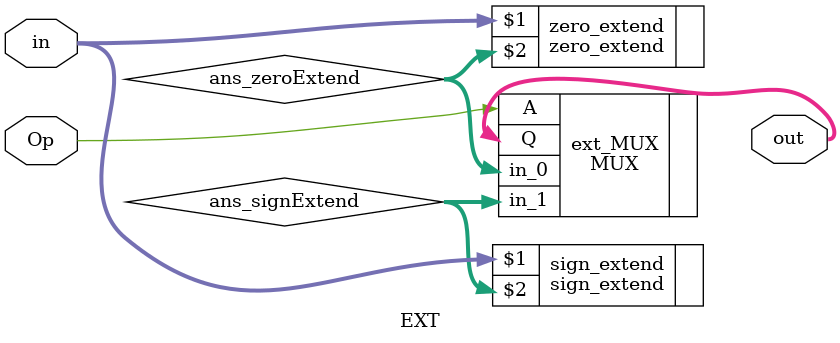
<source format=sv>

`timescale 1ns / 1ps


module EXT
        #(parameter IN = 16,OUT=32)
        (Op,in,out);
    
    input  wire   Op; 
    input  [ IN-1:0] in;
    output [OUT-1:0] out;
    
    wire [OUT-1:0] ans_signExtend;
    wire [OUT-1:0] ans_zeroExtend;

    sign_extend #(IN,OUT) sign_extend(in,ans_signExtend);
    zero_extend #(IN,OUT) zero_extend(in,ans_zeroExtend);
    
    MUX #(OUT) ext_MUX(
        .in_0(ans_zeroExtend),
        .in_1(ans_signExtend),
        .A(Op),
        .Q(out)
    );
	
endmodule
</source>
